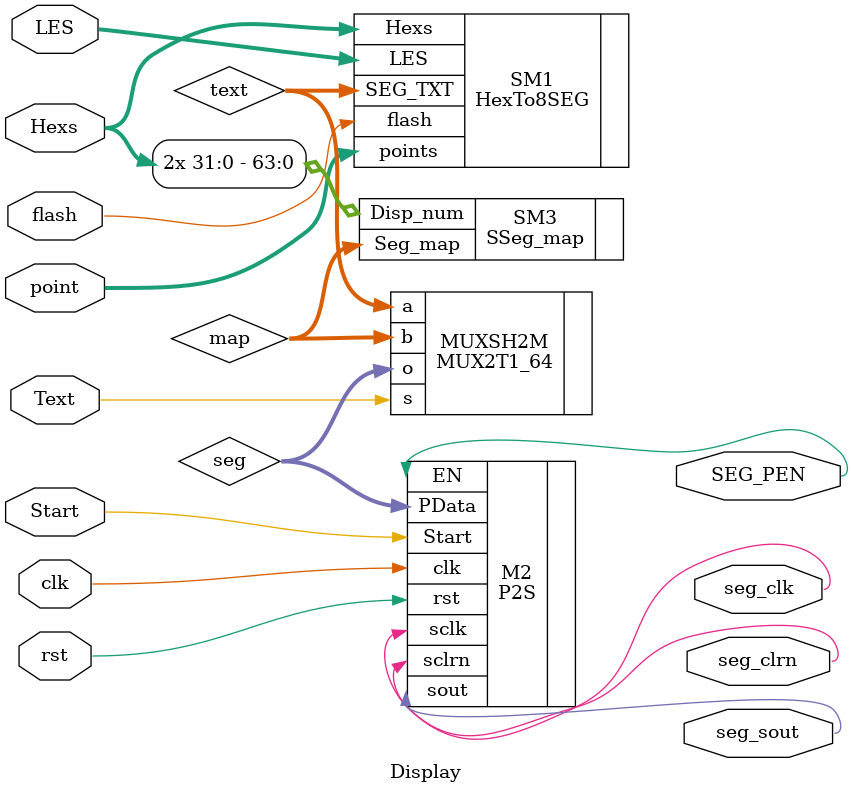
<source format=v>
`timescale 1ns / 1ps

module Display(
	input clk,
	input rst,
	input Start,
	input Text,
	input flash,
	input [31:0] Hexs,
	input [7:0] point,
	input [7:0] LES,
	output seg_clk,
	output seg_sout,
	output SEG_PEN,
	output seg_clrn
    );
	wire [63:0] text;
	wire [63:0] map;
	wire [63:0] seg;
	
	HexTo8SEG SM1(.flash(flash), .Hexs(Hexs), .points(point), 
		.LES(LES), .SEG_TXT(text));
		
	SSeg_map SM3(.Disp_num({Hexs,Hexs}), .Seg_map(map));
	
	MUX2T1_64 MUXSH2M(.a(text),.b(map), .o(seg), .s(Text));
	
	P2S M2(
		.clk(clk),
		.rst(rst),
		.Start(Start),
		.PData(seg),
		.sclk(seg_clk),
		.sout(seg_sout),
		.EN(SEG_PEN),
		.sclrn(seg_clrn)
		);
	
endmodule

</source>
